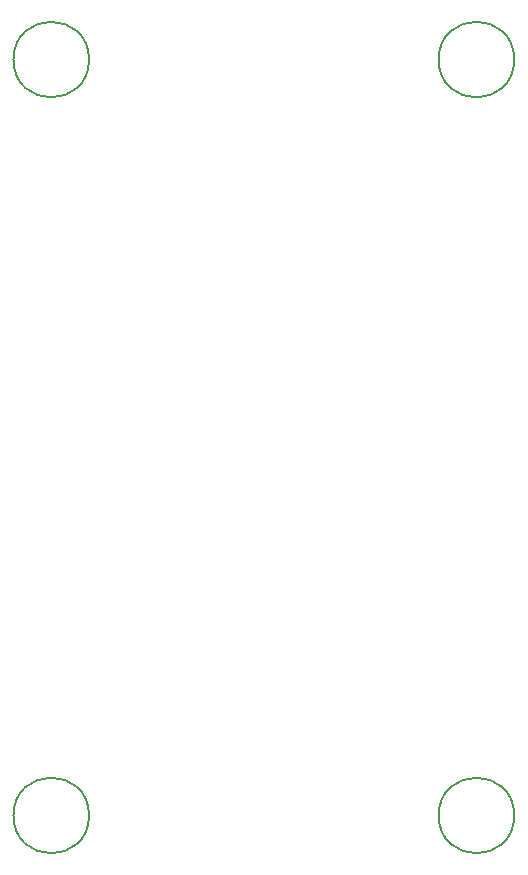
<source format=gbr>
%TF.GenerationSoftware,KiCad,Pcbnew,(6.0.9)*%
%TF.CreationDate,2022-12-29T14:51:21+10:00*%
%TF.ProjectId,OpenRetroPad,4f70656e-5265-4747-926f-5061642e6b69,rev?*%
%TF.SameCoordinates,Original*%
%TF.FileFunction,Other,Comment*%
%FSLAX46Y46*%
G04 Gerber Fmt 4.6, Leading zero omitted, Abs format (unit mm)*
G04 Created by KiCad (PCBNEW (6.0.9)) date 2022-12-29 14:51:21*
%MOMM*%
%LPD*%
G01*
G04 APERTURE LIST*
%ADD10C,0.150000*%
G04 APERTURE END LIST*
D10*
%TO.C,H1*%
X3200000Y0D02*
G75*
G03*
X3200000Y0I-3200000J0D01*
G01*
%TO.C,H4*%
X39200000Y-64000000D02*
G75*
G03*
X39200000Y-64000000I-3200000J0D01*
G01*
%TO.C,H3*%
X39200000Y0D02*
G75*
G03*
X39200000Y0I-3200000J0D01*
G01*
%TO.C,H2*%
X3200000Y-64000000D02*
G75*
G03*
X3200000Y-64000000I-3200000J0D01*
G01*
%TD*%
M02*

</source>
